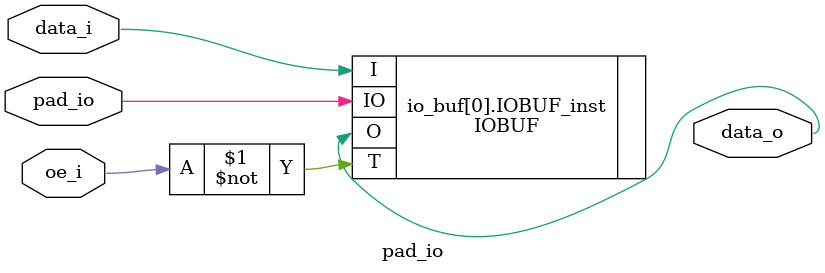
<source format=sv>
`timescale 1ns / 1ps


module pad_io #(
  parameter WIDTH = 1
  )(
    input  logic [WIDTH-1:0] data_i,
    input  logic             oe_i, // high=output, low=input
    output logic [WIDTH-1:0] data_o,
    inout  logic [WIDTH-1:0] pad_io
);


    genvar i;
    generate
      for(i=0; i<WIDTH; i++)
      begin: io_buf
        IOBUF #(
          .DRIVE(12), // Specify the output drive strength
          .IBUF_LOW_PWR("FALSE"), // Low Power - "TRUE", High Perforrmance = "FALSE"
          .SLEW("FAST") // Specify the output slew rate 
          ) IOBUF_inst (
              .O(data_o[i]), // Buffer output
              .IO(pad_io[i]), // Buffer inout port (connect directly to top-level port)
              .I(data_i[i]), // Buffer input 
              .T(~oe_i) //3-state enable input, high=input, low=output
          );
      end
    endgenerate

endmodule

</source>
